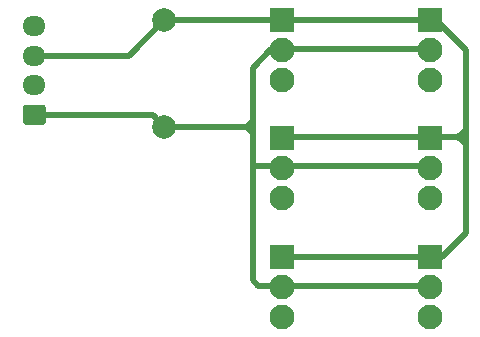
<source format=gbr>
%TF.GenerationSoftware,KiCad,Pcbnew,5.1.10-88a1d61d58~90~ubuntu20.04.1*%
%TF.CreationDate,2021-07-30T18:16:54+01:00*%
%TF.ProjectId,temp_breakout,74656d70-5f62-4726-9561-6b6f75742e6b,rev?*%
%TF.SameCoordinates,Original*%
%TF.FileFunction,Copper,L1,Top*%
%TF.FilePolarity,Positive*%
%FSLAX46Y46*%
G04 Gerber Fmt 4.6, Leading zero omitted, Abs format (unit mm)*
G04 Created by KiCad (PCBNEW 5.1.10-88a1d61d58~90~ubuntu20.04.1) date 2021-07-30 18:16:54*
%MOMM*%
%LPD*%
G01*
G04 APERTURE LIST*
%TA.AperFunction,ComponentPad*%
%ADD10C,2.100000*%
%TD*%
%TA.AperFunction,ComponentPad*%
%ADD11R,2.100000X2.100000*%
%TD*%
%TA.AperFunction,ComponentPad*%
%ADD12C,2.000000*%
%TD*%
%TA.AperFunction,ComponentPad*%
%ADD13O,1.950000X1.700000*%
%TD*%
%TA.AperFunction,Conductor*%
%ADD14C,0.500000*%
%TD*%
G04 APERTURE END LIST*
D10*
%TO.P,J5,3*%
%TO.N,GND*%
X150000000Y-97580000D03*
%TO.P,J5,2*%
%TO.N,esp_pin*%
X150000000Y-95040000D03*
D11*
%TO.P,J5,1*%
%TO.N,+5V*%
X150000000Y-92500000D03*
%TD*%
D10*
%TO.P,J7,3*%
%TO.N,GND*%
X150000000Y-107580000D03*
%TO.P,J7,2*%
%TO.N,esp_pin*%
X150000000Y-105040000D03*
D11*
%TO.P,J7,1*%
%TO.N,+5V*%
X150000000Y-102500000D03*
%TD*%
D10*
%TO.P,J6,3*%
%TO.N,GND*%
X150000000Y-117580000D03*
%TO.P,J6,2*%
%TO.N,esp_pin*%
X150000000Y-115040000D03*
D11*
%TO.P,J6,1*%
%TO.N,+5V*%
X150000000Y-112500000D03*
%TD*%
D10*
%TO.P,J3,3*%
%TO.N,GND*%
X137500000Y-117580000D03*
%TO.P,J3,2*%
%TO.N,esp_pin*%
X137500000Y-115040000D03*
D11*
%TO.P,J3,1*%
%TO.N,+5V*%
X137500000Y-112500000D03*
%TD*%
D10*
%TO.P,J4,3*%
%TO.N,GND*%
X137500000Y-107580000D03*
%TO.P,J4,2*%
%TO.N,esp_pin*%
X137500000Y-105040000D03*
D11*
%TO.P,J4,1*%
%TO.N,+5V*%
X137500000Y-102500000D03*
%TD*%
D12*
%TO.P,R1,2*%
%TO.N,+5V*%
X127500000Y-92500000D03*
%TO.P,R1,1*%
%TO.N,esp_pin*%
X127500000Y-101500000D03*
%TD*%
D10*
%TO.P,J2,3*%
%TO.N,GND*%
X137500000Y-97580000D03*
%TO.P,J2,2*%
%TO.N,esp_pin*%
X137500000Y-95040000D03*
D11*
%TO.P,J2,1*%
%TO.N,+5V*%
X137500000Y-92500000D03*
%TD*%
D13*
%TO.P,J1,4*%
%TO.N,GND*%
X116500000Y-93000000D03*
%TO.P,J1,3*%
%TO.N,+5V*%
X116500000Y-95500000D03*
%TO.P,J1,2*%
%TO.N,Net-(J1-Pad2)*%
X116500000Y-98000000D03*
%TO.P,J1,1*%
%TO.N,esp_pin*%
%TA.AperFunction,ComponentPad*%
G36*
G01*
X117225000Y-101350000D02*
X115775000Y-101350000D01*
G75*
G02*
X115525000Y-101100000I0J250000D01*
G01*
X115525000Y-99900000D01*
G75*
G02*
X115775000Y-99650000I250000J0D01*
G01*
X117225000Y-99650000D01*
G75*
G02*
X117475000Y-99900000I0J-250000D01*
G01*
X117475000Y-101100000D01*
G75*
G02*
X117225000Y-101350000I-250000J0D01*
G01*
G37*
%TD.AperFunction*%
%TD*%
D14*
%TO.N,+5V*%
X124500000Y-95500000D02*
X127500000Y-92500000D01*
X116500000Y-95500000D02*
X124500000Y-95500000D01*
X150180000Y-112500000D02*
X137550000Y-112500000D01*
X153000000Y-97500000D02*
X153000000Y-107000000D01*
X151000000Y-112500000D02*
X150180000Y-112500000D01*
X153000000Y-110500000D02*
X151000000Y-112500000D01*
X137500000Y-102400000D02*
X152400000Y-102400000D01*
X152400000Y-102400000D02*
X153000000Y-103000000D01*
X153000000Y-101800000D02*
X152400000Y-102400000D01*
X153000000Y-107000000D02*
X153000000Y-106800000D01*
X153000000Y-108000000D02*
X153000000Y-110500000D01*
X153000000Y-107000000D02*
X153000000Y-108000000D01*
X153000000Y-95000000D02*
X153000000Y-97500000D01*
X150500000Y-92500000D02*
X153000000Y-95000000D01*
X127500000Y-92500000D02*
X150500000Y-92500000D01*
%TO.N,esp_pin*%
X126500001Y-100500001D02*
X127500000Y-101500000D01*
X116500000Y-100500000D02*
X126500001Y-100500001D01*
X137500000Y-104860000D02*
X150130000Y-104860000D01*
X137500000Y-94960000D02*
X150230000Y-94960000D01*
X137550000Y-114960000D02*
X150180000Y-114960000D01*
X137550000Y-114960000D02*
X135460000Y-114960000D01*
X135460000Y-114960000D02*
X135000000Y-114500000D01*
X136540000Y-94960000D02*
X137500000Y-94960000D01*
X135000000Y-96500000D02*
X136540000Y-94960000D01*
X137500000Y-104860000D02*
X135140000Y-104860000D01*
X135140000Y-104860000D02*
X135000000Y-105000000D01*
X135000000Y-114500000D02*
X135000000Y-105000000D01*
X134500000Y-101500000D02*
X135000000Y-101500000D01*
X127500000Y-101500000D02*
X134500000Y-101500000D01*
X135000000Y-101000000D02*
X134500000Y-101500000D01*
X135000000Y-101500000D02*
X135000000Y-101000000D01*
X135000000Y-101000000D02*
X135000000Y-96500000D01*
X134500000Y-101500000D02*
X135000000Y-102000000D01*
X135000000Y-102000000D02*
X135000000Y-101500000D01*
X135000000Y-105000000D02*
X135000000Y-102000000D01*
%TD*%
M02*

</source>
